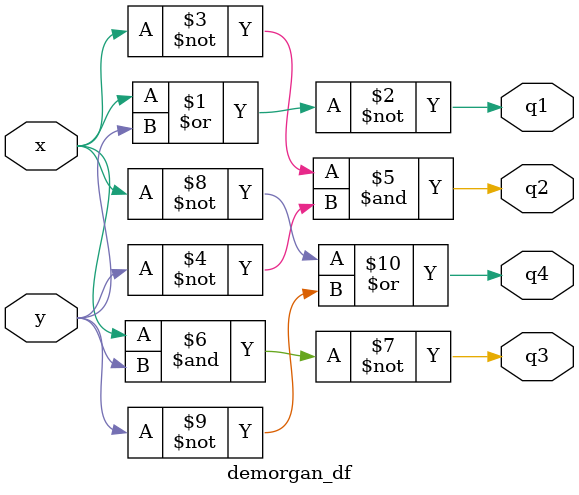
<source format=v>
`timescale 1ns / 1ps

module demorgan_df(
    input x, y,
    output q1, q2, q3, q4
);
assign q1 = ~(x | y), q2 = (~x) & (~y), q3 = ~(x & y), q4 = (~x) | (~y);
endmodule

</source>
